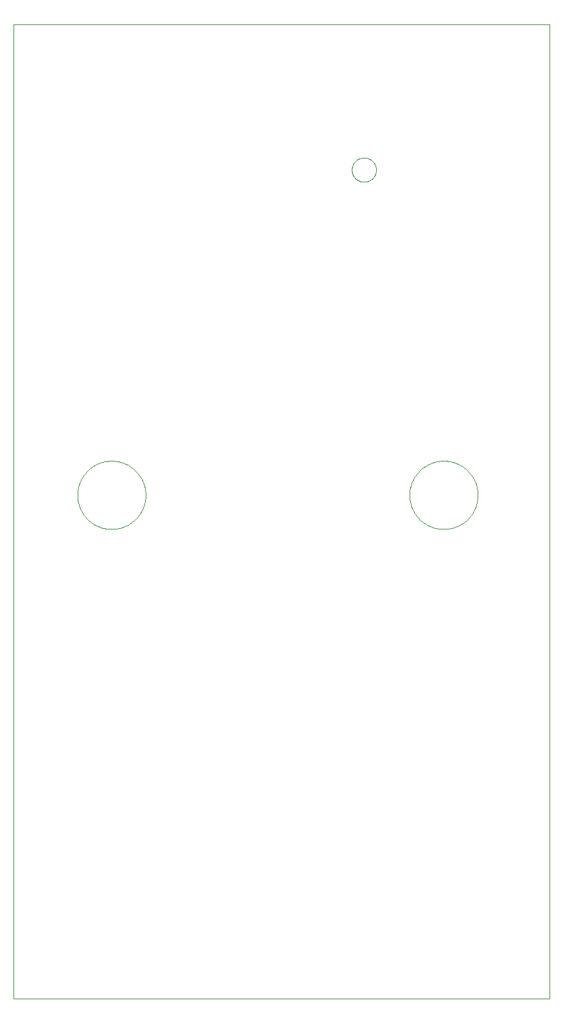
<source format=gbp>
G75*
%MOIN*%
%OFA0B0*%
%FSLAX25Y25*%
%IPPOS*%
%LPD*%
%AMOC8*
5,1,8,0,0,1.08239X$1,22.5*
%
%ADD10C,0.00039*%
%ADD11C,0.00000*%
D10*
X0003246Y0005215D02*
X0281543Y0005215D01*
X0281543Y0511120D01*
X0003246Y0511120D01*
X0003246Y0005215D01*
D11*
X0036464Y0266780D02*
X0036469Y0267215D01*
X0036485Y0267649D01*
X0036512Y0268083D01*
X0036549Y0268517D01*
X0036597Y0268949D01*
X0036656Y0269380D01*
X0036725Y0269809D01*
X0036804Y0270236D01*
X0036894Y0270662D01*
X0036995Y0271085D01*
X0037106Y0271505D01*
X0037227Y0271923D01*
X0037358Y0272337D01*
X0037500Y0272749D01*
X0037651Y0273156D01*
X0037813Y0273560D01*
X0037984Y0273960D01*
X0038165Y0274355D01*
X0038356Y0274746D01*
X0038556Y0275132D01*
X0038766Y0275513D01*
X0038985Y0275888D01*
X0039213Y0276259D01*
X0039450Y0276623D01*
X0039696Y0276982D01*
X0039951Y0277334D01*
X0040214Y0277680D01*
X0040486Y0278020D01*
X0040766Y0278352D01*
X0041054Y0278678D01*
X0041350Y0278997D01*
X0041653Y0279308D01*
X0041964Y0279611D01*
X0042283Y0279907D01*
X0042609Y0280195D01*
X0042941Y0280475D01*
X0043281Y0280747D01*
X0043627Y0281010D01*
X0043979Y0281265D01*
X0044338Y0281511D01*
X0044702Y0281748D01*
X0045073Y0281976D01*
X0045448Y0282195D01*
X0045829Y0282405D01*
X0046215Y0282605D01*
X0046606Y0282796D01*
X0047001Y0282977D01*
X0047401Y0283148D01*
X0047805Y0283310D01*
X0048212Y0283461D01*
X0048624Y0283603D01*
X0049038Y0283734D01*
X0049456Y0283855D01*
X0049876Y0283966D01*
X0050299Y0284067D01*
X0050725Y0284157D01*
X0051152Y0284236D01*
X0051581Y0284305D01*
X0052012Y0284364D01*
X0052444Y0284412D01*
X0052878Y0284449D01*
X0053312Y0284476D01*
X0053746Y0284492D01*
X0054181Y0284497D01*
X0054616Y0284492D01*
X0055050Y0284476D01*
X0055484Y0284449D01*
X0055918Y0284412D01*
X0056350Y0284364D01*
X0056781Y0284305D01*
X0057210Y0284236D01*
X0057637Y0284157D01*
X0058063Y0284067D01*
X0058486Y0283966D01*
X0058906Y0283855D01*
X0059324Y0283734D01*
X0059738Y0283603D01*
X0060150Y0283461D01*
X0060557Y0283310D01*
X0060961Y0283148D01*
X0061361Y0282977D01*
X0061756Y0282796D01*
X0062147Y0282605D01*
X0062533Y0282405D01*
X0062914Y0282195D01*
X0063289Y0281976D01*
X0063660Y0281748D01*
X0064024Y0281511D01*
X0064383Y0281265D01*
X0064735Y0281010D01*
X0065081Y0280747D01*
X0065421Y0280475D01*
X0065753Y0280195D01*
X0066079Y0279907D01*
X0066398Y0279611D01*
X0066709Y0279308D01*
X0067012Y0278997D01*
X0067308Y0278678D01*
X0067596Y0278352D01*
X0067876Y0278020D01*
X0068148Y0277680D01*
X0068411Y0277334D01*
X0068666Y0276982D01*
X0068912Y0276623D01*
X0069149Y0276259D01*
X0069377Y0275888D01*
X0069596Y0275513D01*
X0069806Y0275132D01*
X0070006Y0274746D01*
X0070197Y0274355D01*
X0070378Y0273960D01*
X0070549Y0273560D01*
X0070711Y0273156D01*
X0070862Y0272749D01*
X0071004Y0272337D01*
X0071135Y0271923D01*
X0071256Y0271505D01*
X0071367Y0271085D01*
X0071468Y0270662D01*
X0071558Y0270236D01*
X0071637Y0269809D01*
X0071706Y0269380D01*
X0071765Y0268949D01*
X0071813Y0268517D01*
X0071850Y0268083D01*
X0071877Y0267649D01*
X0071893Y0267215D01*
X0071898Y0266780D01*
X0071893Y0266345D01*
X0071877Y0265911D01*
X0071850Y0265477D01*
X0071813Y0265043D01*
X0071765Y0264611D01*
X0071706Y0264180D01*
X0071637Y0263751D01*
X0071558Y0263324D01*
X0071468Y0262898D01*
X0071367Y0262475D01*
X0071256Y0262055D01*
X0071135Y0261637D01*
X0071004Y0261223D01*
X0070862Y0260811D01*
X0070711Y0260404D01*
X0070549Y0260000D01*
X0070378Y0259600D01*
X0070197Y0259205D01*
X0070006Y0258814D01*
X0069806Y0258428D01*
X0069596Y0258047D01*
X0069377Y0257672D01*
X0069149Y0257301D01*
X0068912Y0256937D01*
X0068666Y0256578D01*
X0068411Y0256226D01*
X0068148Y0255880D01*
X0067876Y0255540D01*
X0067596Y0255208D01*
X0067308Y0254882D01*
X0067012Y0254563D01*
X0066709Y0254252D01*
X0066398Y0253949D01*
X0066079Y0253653D01*
X0065753Y0253365D01*
X0065421Y0253085D01*
X0065081Y0252813D01*
X0064735Y0252550D01*
X0064383Y0252295D01*
X0064024Y0252049D01*
X0063660Y0251812D01*
X0063289Y0251584D01*
X0062914Y0251365D01*
X0062533Y0251155D01*
X0062147Y0250955D01*
X0061756Y0250764D01*
X0061361Y0250583D01*
X0060961Y0250412D01*
X0060557Y0250250D01*
X0060150Y0250099D01*
X0059738Y0249957D01*
X0059324Y0249826D01*
X0058906Y0249705D01*
X0058486Y0249594D01*
X0058063Y0249493D01*
X0057637Y0249403D01*
X0057210Y0249324D01*
X0056781Y0249255D01*
X0056350Y0249196D01*
X0055918Y0249148D01*
X0055484Y0249111D01*
X0055050Y0249084D01*
X0054616Y0249068D01*
X0054181Y0249063D01*
X0053746Y0249068D01*
X0053312Y0249084D01*
X0052878Y0249111D01*
X0052444Y0249148D01*
X0052012Y0249196D01*
X0051581Y0249255D01*
X0051152Y0249324D01*
X0050725Y0249403D01*
X0050299Y0249493D01*
X0049876Y0249594D01*
X0049456Y0249705D01*
X0049038Y0249826D01*
X0048624Y0249957D01*
X0048212Y0250099D01*
X0047805Y0250250D01*
X0047401Y0250412D01*
X0047001Y0250583D01*
X0046606Y0250764D01*
X0046215Y0250955D01*
X0045829Y0251155D01*
X0045448Y0251365D01*
X0045073Y0251584D01*
X0044702Y0251812D01*
X0044338Y0252049D01*
X0043979Y0252295D01*
X0043627Y0252550D01*
X0043281Y0252813D01*
X0042941Y0253085D01*
X0042609Y0253365D01*
X0042283Y0253653D01*
X0041964Y0253949D01*
X0041653Y0254252D01*
X0041350Y0254563D01*
X0041054Y0254882D01*
X0040766Y0255208D01*
X0040486Y0255540D01*
X0040214Y0255880D01*
X0039951Y0256226D01*
X0039696Y0256578D01*
X0039450Y0256937D01*
X0039213Y0257301D01*
X0038985Y0257672D01*
X0038766Y0258047D01*
X0038556Y0258428D01*
X0038356Y0258814D01*
X0038165Y0259205D01*
X0037984Y0259600D01*
X0037813Y0260000D01*
X0037651Y0260404D01*
X0037500Y0260811D01*
X0037358Y0261223D01*
X0037227Y0261637D01*
X0037106Y0262055D01*
X0036995Y0262475D01*
X0036894Y0262898D01*
X0036804Y0263324D01*
X0036725Y0263751D01*
X0036656Y0264180D01*
X0036597Y0264611D01*
X0036549Y0265043D01*
X0036512Y0265477D01*
X0036485Y0265911D01*
X0036469Y0266345D01*
X0036464Y0266780D01*
X0178984Y0435677D02*
X0178986Y0435835D01*
X0178992Y0435993D01*
X0179002Y0436151D01*
X0179016Y0436309D01*
X0179034Y0436466D01*
X0179055Y0436623D01*
X0179081Y0436779D01*
X0179111Y0436935D01*
X0179144Y0437090D01*
X0179182Y0437243D01*
X0179223Y0437396D01*
X0179268Y0437548D01*
X0179317Y0437699D01*
X0179370Y0437848D01*
X0179426Y0437996D01*
X0179486Y0438142D01*
X0179550Y0438287D01*
X0179618Y0438430D01*
X0179689Y0438572D01*
X0179763Y0438712D01*
X0179841Y0438849D01*
X0179923Y0438985D01*
X0180007Y0439119D01*
X0180096Y0439250D01*
X0180187Y0439379D01*
X0180282Y0439506D01*
X0180379Y0439631D01*
X0180480Y0439753D01*
X0180584Y0439872D01*
X0180691Y0439989D01*
X0180801Y0440103D01*
X0180914Y0440214D01*
X0181029Y0440323D01*
X0181147Y0440428D01*
X0181268Y0440530D01*
X0181391Y0440630D01*
X0181517Y0440726D01*
X0181645Y0440819D01*
X0181775Y0440909D01*
X0181908Y0440995D01*
X0182043Y0441079D01*
X0182179Y0441158D01*
X0182318Y0441235D01*
X0182459Y0441307D01*
X0182601Y0441377D01*
X0182745Y0441442D01*
X0182891Y0441504D01*
X0183038Y0441562D01*
X0183187Y0441617D01*
X0183337Y0441668D01*
X0183488Y0441715D01*
X0183640Y0441758D01*
X0183793Y0441797D01*
X0183948Y0441833D01*
X0184103Y0441864D01*
X0184259Y0441892D01*
X0184415Y0441916D01*
X0184572Y0441936D01*
X0184730Y0441952D01*
X0184887Y0441964D01*
X0185046Y0441972D01*
X0185204Y0441976D01*
X0185362Y0441976D01*
X0185520Y0441972D01*
X0185679Y0441964D01*
X0185836Y0441952D01*
X0185994Y0441936D01*
X0186151Y0441916D01*
X0186307Y0441892D01*
X0186463Y0441864D01*
X0186618Y0441833D01*
X0186773Y0441797D01*
X0186926Y0441758D01*
X0187078Y0441715D01*
X0187229Y0441668D01*
X0187379Y0441617D01*
X0187528Y0441562D01*
X0187675Y0441504D01*
X0187821Y0441442D01*
X0187965Y0441377D01*
X0188107Y0441307D01*
X0188248Y0441235D01*
X0188387Y0441158D01*
X0188523Y0441079D01*
X0188658Y0440995D01*
X0188791Y0440909D01*
X0188921Y0440819D01*
X0189049Y0440726D01*
X0189175Y0440630D01*
X0189298Y0440530D01*
X0189419Y0440428D01*
X0189537Y0440323D01*
X0189652Y0440214D01*
X0189765Y0440103D01*
X0189875Y0439989D01*
X0189982Y0439872D01*
X0190086Y0439753D01*
X0190187Y0439631D01*
X0190284Y0439506D01*
X0190379Y0439379D01*
X0190470Y0439250D01*
X0190559Y0439119D01*
X0190643Y0438985D01*
X0190725Y0438849D01*
X0190803Y0438712D01*
X0190877Y0438572D01*
X0190948Y0438430D01*
X0191016Y0438287D01*
X0191080Y0438142D01*
X0191140Y0437996D01*
X0191196Y0437848D01*
X0191249Y0437699D01*
X0191298Y0437548D01*
X0191343Y0437396D01*
X0191384Y0437243D01*
X0191422Y0437090D01*
X0191455Y0436935D01*
X0191485Y0436779D01*
X0191511Y0436623D01*
X0191532Y0436466D01*
X0191550Y0436309D01*
X0191564Y0436151D01*
X0191574Y0435993D01*
X0191580Y0435835D01*
X0191582Y0435677D01*
X0191580Y0435519D01*
X0191574Y0435361D01*
X0191564Y0435203D01*
X0191550Y0435045D01*
X0191532Y0434888D01*
X0191511Y0434731D01*
X0191485Y0434575D01*
X0191455Y0434419D01*
X0191422Y0434264D01*
X0191384Y0434111D01*
X0191343Y0433958D01*
X0191298Y0433806D01*
X0191249Y0433655D01*
X0191196Y0433506D01*
X0191140Y0433358D01*
X0191080Y0433212D01*
X0191016Y0433067D01*
X0190948Y0432924D01*
X0190877Y0432782D01*
X0190803Y0432642D01*
X0190725Y0432505D01*
X0190643Y0432369D01*
X0190559Y0432235D01*
X0190470Y0432104D01*
X0190379Y0431975D01*
X0190284Y0431848D01*
X0190187Y0431723D01*
X0190086Y0431601D01*
X0189982Y0431482D01*
X0189875Y0431365D01*
X0189765Y0431251D01*
X0189652Y0431140D01*
X0189537Y0431031D01*
X0189419Y0430926D01*
X0189298Y0430824D01*
X0189175Y0430724D01*
X0189049Y0430628D01*
X0188921Y0430535D01*
X0188791Y0430445D01*
X0188658Y0430359D01*
X0188523Y0430275D01*
X0188387Y0430196D01*
X0188248Y0430119D01*
X0188107Y0430047D01*
X0187965Y0429977D01*
X0187821Y0429912D01*
X0187675Y0429850D01*
X0187528Y0429792D01*
X0187379Y0429737D01*
X0187229Y0429686D01*
X0187078Y0429639D01*
X0186926Y0429596D01*
X0186773Y0429557D01*
X0186618Y0429521D01*
X0186463Y0429490D01*
X0186307Y0429462D01*
X0186151Y0429438D01*
X0185994Y0429418D01*
X0185836Y0429402D01*
X0185679Y0429390D01*
X0185520Y0429382D01*
X0185362Y0429378D01*
X0185204Y0429378D01*
X0185046Y0429382D01*
X0184887Y0429390D01*
X0184730Y0429402D01*
X0184572Y0429418D01*
X0184415Y0429438D01*
X0184259Y0429462D01*
X0184103Y0429490D01*
X0183948Y0429521D01*
X0183793Y0429557D01*
X0183640Y0429596D01*
X0183488Y0429639D01*
X0183337Y0429686D01*
X0183187Y0429737D01*
X0183038Y0429792D01*
X0182891Y0429850D01*
X0182745Y0429912D01*
X0182601Y0429977D01*
X0182459Y0430047D01*
X0182318Y0430119D01*
X0182179Y0430196D01*
X0182043Y0430275D01*
X0181908Y0430359D01*
X0181775Y0430445D01*
X0181645Y0430535D01*
X0181517Y0430628D01*
X0181391Y0430724D01*
X0181268Y0430824D01*
X0181147Y0430926D01*
X0181029Y0431031D01*
X0180914Y0431140D01*
X0180801Y0431251D01*
X0180691Y0431365D01*
X0180584Y0431482D01*
X0180480Y0431601D01*
X0180379Y0431723D01*
X0180282Y0431848D01*
X0180187Y0431975D01*
X0180096Y0432104D01*
X0180007Y0432235D01*
X0179923Y0432369D01*
X0179841Y0432505D01*
X0179763Y0432642D01*
X0179689Y0432782D01*
X0179618Y0432924D01*
X0179550Y0433067D01*
X0179486Y0433212D01*
X0179426Y0433358D01*
X0179370Y0433506D01*
X0179317Y0433655D01*
X0179268Y0433806D01*
X0179223Y0433958D01*
X0179182Y0434111D01*
X0179144Y0434264D01*
X0179111Y0434419D01*
X0179081Y0434575D01*
X0179055Y0434731D01*
X0179034Y0434888D01*
X0179016Y0435045D01*
X0179002Y0435203D01*
X0178992Y0435361D01*
X0178986Y0435519D01*
X0178984Y0435677D01*
X0208905Y0266780D02*
X0208910Y0267215D01*
X0208926Y0267649D01*
X0208953Y0268083D01*
X0208990Y0268517D01*
X0209038Y0268949D01*
X0209097Y0269380D01*
X0209166Y0269809D01*
X0209245Y0270236D01*
X0209335Y0270662D01*
X0209436Y0271085D01*
X0209547Y0271505D01*
X0209668Y0271923D01*
X0209799Y0272337D01*
X0209941Y0272749D01*
X0210092Y0273156D01*
X0210254Y0273560D01*
X0210425Y0273960D01*
X0210606Y0274355D01*
X0210797Y0274746D01*
X0210997Y0275132D01*
X0211207Y0275513D01*
X0211426Y0275888D01*
X0211654Y0276259D01*
X0211891Y0276623D01*
X0212137Y0276982D01*
X0212392Y0277334D01*
X0212655Y0277680D01*
X0212927Y0278020D01*
X0213207Y0278352D01*
X0213495Y0278678D01*
X0213791Y0278997D01*
X0214094Y0279308D01*
X0214405Y0279611D01*
X0214724Y0279907D01*
X0215050Y0280195D01*
X0215382Y0280475D01*
X0215722Y0280747D01*
X0216068Y0281010D01*
X0216420Y0281265D01*
X0216779Y0281511D01*
X0217143Y0281748D01*
X0217514Y0281976D01*
X0217889Y0282195D01*
X0218270Y0282405D01*
X0218656Y0282605D01*
X0219047Y0282796D01*
X0219442Y0282977D01*
X0219842Y0283148D01*
X0220246Y0283310D01*
X0220653Y0283461D01*
X0221065Y0283603D01*
X0221479Y0283734D01*
X0221897Y0283855D01*
X0222317Y0283966D01*
X0222740Y0284067D01*
X0223166Y0284157D01*
X0223593Y0284236D01*
X0224022Y0284305D01*
X0224453Y0284364D01*
X0224885Y0284412D01*
X0225319Y0284449D01*
X0225753Y0284476D01*
X0226187Y0284492D01*
X0226622Y0284497D01*
X0227057Y0284492D01*
X0227491Y0284476D01*
X0227925Y0284449D01*
X0228359Y0284412D01*
X0228791Y0284364D01*
X0229222Y0284305D01*
X0229651Y0284236D01*
X0230078Y0284157D01*
X0230504Y0284067D01*
X0230927Y0283966D01*
X0231347Y0283855D01*
X0231765Y0283734D01*
X0232179Y0283603D01*
X0232591Y0283461D01*
X0232998Y0283310D01*
X0233402Y0283148D01*
X0233802Y0282977D01*
X0234197Y0282796D01*
X0234588Y0282605D01*
X0234974Y0282405D01*
X0235355Y0282195D01*
X0235730Y0281976D01*
X0236101Y0281748D01*
X0236465Y0281511D01*
X0236824Y0281265D01*
X0237176Y0281010D01*
X0237522Y0280747D01*
X0237862Y0280475D01*
X0238194Y0280195D01*
X0238520Y0279907D01*
X0238839Y0279611D01*
X0239150Y0279308D01*
X0239453Y0278997D01*
X0239749Y0278678D01*
X0240037Y0278352D01*
X0240317Y0278020D01*
X0240589Y0277680D01*
X0240852Y0277334D01*
X0241107Y0276982D01*
X0241353Y0276623D01*
X0241590Y0276259D01*
X0241818Y0275888D01*
X0242037Y0275513D01*
X0242247Y0275132D01*
X0242447Y0274746D01*
X0242638Y0274355D01*
X0242819Y0273960D01*
X0242990Y0273560D01*
X0243152Y0273156D01*
X0243303Y0272749D01*
X0243445Y0272337D01*
X0243576Y0271923D01*
X0243697Y0271505D01*
X0243808Y0271085D01*
X0243909Y0270662D01*
X0243999Y0270236D01*
X0244078Y0269809D01*
X0244147Y0269380D01*
X0244206Y0268949D01*
X0244254Y0268517D01*
X0244291Y0268083D01*
X0244318Y0267649D01*
X0244334Y0267215D01*
X0244339Y0266780D01*
X0244334Y0266345D01*
X0244318Y0265911D01*
X0244291Y0265477D01*
X0244254Y0265043D01*
X0244206Y0264611D01*
X0244147Y0264180D01*
X0244078Y0263751D01*
X0243999Y0263324D01*
X0243909Y0262898D01*
X0243808Y0262475D01*
X0243697Y0262055D01*
X0243576Y0261637D01*
X0243445Y0261223D01*
X0243303Y0260811D01*
X0243152Y0260404D01*
X0242990Y0260000D01*
X0242819Y0259600D01*
X0242638Y0259205D01*
X0242447Y0258814D01*
X0242247Y0258428D01*
X0242037Y0258047D01*
X0241818Y0257672D01*
X0241590Y0257301D01*
X0241353Y0256937D01*
X0241107Y0256578D01*
X0240852Y0256226D01*
X0240589Y0255880D01*
X0240317Y0255540D01*
X0240037Y0255208D01*
X0239749Y0254882D01*
X0239453Y0254563D01*
X0239150Y0254252D01*
X0238839Y0253949D01*
X0238520Y0253653D01*
X0238194Y0253365D01*
X0237862Y0253085D01*
X0237522Y0252813D01*
X0237176Y0252550D01*
X0236824Y0252295D01*
X0236465Y0252049D01*
X0236101Y0251812D01*
X0235730Y0251584D01*
X0235355Y0251365D01*
X0234974Y0251155D01*
X0234588Y0250955D01*
X0234197Y0250764D01*
X0233802Y0250583D01*
X0233402Y0250412D01*
X0232998Y0250250D01*
X0232591Y0250099D01*
X0232179Y0249957D01*
X0231765Y0249826D01*
X0231347Y0249705D01*
X0230927Y0249594D01*
X0230504Y0249493D01*
X0230078Y0249403D01*
X0229651Y0249324D01*
X0229222Y0249255D01*
X0228791Y0249196D01*
X0228359Y0249148D01*
X0227925Y0249111D01*
X0227491Y0249084D01*
X0227057Y0249068D01*
X0226622Y0249063D01*
X0226187Y0249068D01*
X0225753Y0249084D01*
X0225319Y0249111D01*
X0224885Y0249148D01*
X0224453Y0249196D01*
X0224022Y0249255D01*
X0223593Y0249324D01*
X0223166Y0249403D01*
X0222740Y0249493D01*
X0222317Y0249594D01*
X0221897Y0249705D01*
X0221479Y0249826D01*
X0221065Y0249957D01*
X0220653Y0250099D01*
X0220246Y0250250D01*
X0219842Y0250412D01*
X0219442Y0250583D01*
X0219047Y0250764D01*
X0218656Y0250955D01*
X0218270Y0251155D01*
X0217889Y0251365D01*
X0217514Y0251584D01*
X0217143Y0251812D01*
X0216779Y0252049D01*
X0216420Y0252295D01*
X0216068Y0252550D01*
X0215722Y0252813D01*
X0215382Y0253085D01*
X0215050Y0253365D01*
X0214724Y0253653D01*
X0214405Y0253949D01*
X0214094Y0254252D01*
X0213791Y0254563D01*
X0213495Y0254882D01*
X0213207Y0255208D01*
X0212927Y0255540D01*
X0212655Y0255880D01*
X0212392Y0256226D01*
X0212137Y0256578D01*
X0211891Y0256937D01*
X0211654Y0257301D01*
X0211426Y0257672D01*
X0211207Y0258047D01*
X0210997Y0258428D01*
X0210797Y0258814D01*
X0210606Y0259205D01*
X0210425Y0259600D01*
X0210254Y0260000D01*
X0210092Y0260404D01*
X0209941Y0260811D01*
X0209799Y0261223D01*
X0209668Y0261637D01*
X0209547Y0262055D01*
X0209436Y0262475D01*
X0209335Y0262898D01*
X0209245Y0263324D01*
X0209166Y0263751D01*
X0209097Y0264180D01*
X0209038Y0264611D01*
X0208990Y0265043D01*
X0208953Y0265477D01*
X0208926Y0265911D01*
X0208910Y0266345D01*
X0208905Y0266780D01*
M02*

</source>
